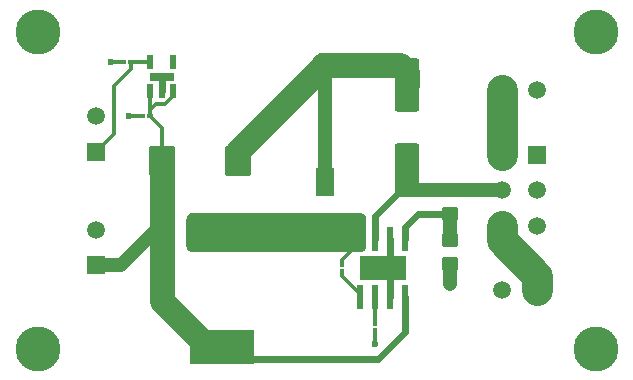
<source format=gbr>
%TF.GenerationSoftware,KiCad,Pcbnew,(7.0.0)*%
%TF.CreationDate,2023-03-07T20:41:21-05:00*%
%TF.ProjectId,Power Distribution Board,506f7765-7220-4446-9973-747269627574,rev?*%
%TF.SameCoordinates,Original*%
%TF.FileFunction,Copper,L1,Top*%
%TF.FilePolarity,Positive*%
%FSLAX46Y46*%
G04 Gerber Fmt 4.6, Leading zero omitted, Abs format (unit mm)*
G04 Created by KiCad (PCBNEW (7.0.0)) date 2023-03-07 20:41:21*
%MOMM*%
%LPD*%
G01*
G04 APERTURE LIST*
G04 Aperture macros list*
%AMRoundRect*
0 Rectangle with rounded corners*
0 $1 Rounding radius*
0 $2 $3 $4 $5 $6 $7 $8 $9 X,Y pos of 4 corners*
0 Add a 4 corners polygon primitive as box body*
4,1,4,$2,$3,$4,$5,$6,$7,$8,$9,$2,$3,0*
0 Add four circle primitives for the rounded corners*
1,1,$1+$1,$2,$3*
1,1,$1+$1,$4,$5*
1,1,$1+$1,$6,$7*
1,1,$1+$1,$8,$9*
0 Add four rect primitives between the rounded corners*
20,1,$1+$1,$2,$3,$4,$5,0*
20,1,$1+$1,$4,$5,$6,$7,0*
20,1,$1+$1,$6,$7,$8,$9,0*
20,1,$1+$1,$8,$9,$2,$3,0*%
G04 Aperture macros list end*
%TA.AperFunction,ComponentPad*%
%ADD10C,2.600000*%
%TD*%
%TA.AperFunction,ConnectorPad*%
%ADD11C,3.800000*%
%TD*%
%TA.AperFunction,ComponentPad*%
%ADD12R,1.520000X1.520000*%
%TD*%
%TA.AperFunction,ComponentPad*%
%ADD13C,1.520000*%
%TD*%
%TA.AperFunction,SMDPad,CuDef*%
%ADD14RoundRect,0.088500X0.206500X-0.516500X0.206500X0.516500X-0.206500X0.516500X-0.206500X-0.516500X0*%
%TD*%
%TA.AperFunction,ComponentPad*%
%ADD15C,0.600000*%
%TD*%
%TA.AperFunction,SMDPad,CuDef*%
%ADD16R,2.000000X0.750000*%
%TD*%
%TA.AperFunction,SMDPad,CuDef*%
%ADD17R,5.400000X2.900000*%
%TD*%
%TA.AperFunction,SMDPad,CuDef*%
%ADD18RoundRect,0.041300X0.253700X-0.943700X0.253700X0.943700X-0.253700X0.943700X-0.253700X-0.943700X0*%
%TD*%
%TA.AperFunction,SMDPad,CuDef*%
%ADD19R,4.000000X2.000000*%
%TD*%
%TA.AperFunction,SMDPad,CuDef*%
%ADD20RoundRect,0.250000X-0.450000X0.350000X-0.450000X-0.350000X0.450000X-0.350000X0.450000X0.350000X0*%
%TD*%
%TA.AperFunction,SMDPad,CuDef*%
%ADD21R,1.550000X2.330000*%
%TD*%
%TA.AperFunction,SMDPad,CuDef*%
%ADD22RoundRect,0.075000X0.212500X0.075000X-0.212500X0.075000X-0.212500X-0.075000X0.212500X-0.075000X0*%
%TD*%
%TA.AperFunction,SMDPad,CuDef*%
%ADD23RoundRect,0.075000X-0.212500X-0.075000X0.212500X-0.075000X0.212500X0.075000X-0.212500X0.075000X0*%
%TD*%
%TA.AperFunction,SMDPad,CuDef*%
%ADD24RoundRect,0.075000X0.075000X-0.212500X0.075000X0.212500X-0.075000X0.212500X-0.075000X-0.212500X0*%
%TD*%
%TA.AperFunction,SMDPad,CuDef*%
%ADD25RoundRect,0.075000X-0.075000X0.212500X-0.075000X-0.212500X0.075000X-0.212500X0.075000X0.212500X0*%
%TD*%
%TA.AperFunction,SMDPad,CuDef*%
%ADD26RoundRect,0.250000X-0.875000X-1.025000X0.875000X-1.025000X0.875000X1.025000X-0.875000X1.025000X0*%
%TD*%
%TA.AperFunction,SMDPad,CuDef*%
%ADD27RoundRect,0.250001X0.799999X-1.999999X0.799999X1.999999X-0.799999X1.999999X-0.799999X-1.999999X0*%
%TD*%
%TA.AperFunction,ViaPad*%
%ADD28C,0.600000*%
%TD*%
%TA.AperFunction,ViaPad*%
%ADD29C,2.100000*%
%TD*%
%TA.AperFunction,ViaPad*%
%ADD30C,1.200000*%
%TD*%
%TA.AperFunction,Conductor*%
%ADD31C,1.200000*%
%TD*%
%TA.AperFunction,Conductor*%
%ADD32C,2.100000*%
%TD*%
%TA.AperFunction,Conductor*%
%ADD33C,0.300000*%
%TD*%
%TA.AperFunction,Conductor*%
%ADD34C,0.600000*%
%TD*%
%TA.AperFunction,Conductor*%
%ADD35C,2.600000*%
%TD*%
G04 APERTURE END LIST*
D10*
%TO.P,REF\u002A\u002A,1*%
%TO.N,N/C*%
X171094400Y-87274400D03*
D11*
X171094400Y-87274400D03*
%TD*%
D10*
%TO.P,REF\u002A\u002A,1*%
%TO.N,N/C*%
X171094400Y-60452000D03*
D11*
X171094400Y-60452000D03*
%TD*%
D10*
%TO.P,REF\u002A\u002A,1*%
%TO.N,N/C*%
X123850400Y-60452000D03*
D11*
X123850400Y-60452000D03*
%TD*%
D12*
%TO.P,J3,1,Pin_1*%
%TO.N,+3V3*%
X128777999Y-70611999D03*
D13*
%TO.P,J3,2,Pin_2*%
%TO.N,GND*%
X128778000Y-67612000D03*
%TD*%
D11*
%TO.P,REF\u002A\u002A,1*%
%TO.N,N/C*%
X123799600Y-87274400D03*
D10*
X123799600Y-87274400D03*
%TD*%
D14*
%TO.P,U2,1,IN*%
%TO.N,+5V*%
X133350000Y-65500000D03*
%TO.P,U2,2,GND*%
%TO.N,GND*%
X134300000Y-65500000D03*
D15*
X134300000Y-64245000D03*
D16*
X134299999Y-64244999D03*
D14*
%TO.P,U2,3,EN*%
%TO.N,+5V*%
X135250000Y-65500000D03*
%TO.P,U2,4,NC*%
%TO.N,unconnected-(U2-NC-Pad4)*%
X135250000Y-62990000D03*
%TO.P,U2,5,OUT*%
%TO.N,+3V3*%
X133350000Y-62990000D03*
%TD*%
D17*
%TO.P,L1,2,2*%
%TO.N,+5V*%
X139445999Y-87169999D03*
%TO.P,L1,1,1*%
%TO.N,Net-(D1-C)*%
X139445999Y-77469999D03*
%TD*%
D18*
%TO.P,U1,8,LX*%
%TO.N,Net-(D1-C)*%
X151130000Y-77978000D03*
%TO.P,U1,7,VIN*%
%TO.N,+15V*%
X152400000Y-77978000D03*
%TO.P,U1,6,GND*%
%TO.N,GND*%
X153670000Y-77978000D03*
D15*
X154535000Y-79953000D03*
X153535000Y-79953000D03*
X152535000Y-79953000D03*
X151535000Y-79953000D03*
D19*
X153034999Y-80452999D03*
D15*
X154535000Y-80953000D03*
X153535000Y-80953000D03*
X152535000Y-80953000D03*
X151535000Y-80953000D03*
D18*
%TO.P,U1,5,ON/~{OFF}*%
%TO.N,Net-(U1-ON{slash}~{OFF})*%
X154940000Y-77978000D03*
%TO.P,U1,4,FB*%
%TO.N,+5V*%
X154940000Y-82928000D03*
%TO.P,U1,3,SGND*%
%TO.N,GND*%
X153670000Y-82928000D03*
%TO.P,U1,2,VD*%
%TO.N,Net-(U1-VD)*%
X152400000Y-82928000D03*
%TO.P,U1,1,BST*%
%TO.N,Net-(U1-BST)*%
X151130000Y-82928000D03*
%TD*%
D20*
%TO.P,R2,1*%
%TO.N,Net-(U1-ON{slash}~{OFF})*%
X158750000Y-78105000D03*
%TO.P,R2,2*%
%TO.N,GND*%
X158750000Y-80105000D03*
%TD*%
%TO.P,R1,1*%
%TO.N,+15V*%
X158750000Y-73870000D03*
%TO.P,R1,2*%
%TO.N,Net-(U1-ON{slash}~{OFF})*%
X158750000Y-75870000D03*
%TD*%
D13*
%TO.P,J5,2,Pin_2*%
%TO.N,GND*%
X163120000Y-82340000D03*
D12*
%TO.P,J5,1,Pin_1*%
%TO.N,/MOTOR_PS2*%
X166119999Y-82339999D03*
%TD*%
%TO.P,J4,1,Pin_1*%
%TO.N,/MOTOR_PS1*%
X163109999Y-65399999D03*
D13*
%TO.P,J4,2,Pin_2*%
%TO.N,GND*%
X166110000Y-65400000D03*
%TD*%
%TO.P,J2,2,Pin_2*%
%TO.N,GND*%
X128778000Y-77216000D03*
D12*
%TO.P,J2,1,Pin_1*%
%TO.N,+5V*%
X128777999Y-80215999D03*
%TD*%
%TO.P,J1,1,1*%
%TO.N,GND*%
X166115999Y-70865999D03*
D13*
%TO.P,J1,2,2*%
X166116000Y-73865999D03*
%TO.P,J1,3,3*%
X166116000Y-76865998D03*
%TO.P,J1,4,4*%
%TO.N,/MOTOR_PS1*%
X163116001Y-70866000D03*
%TO.P,J1,5,5*%
%TO.N,+15V*%
X163116001Y-73865999D03*
%TO.P,J1,6,6*%
%TO.N,/MOTOR_PS2*%
X163116001Y-76865998D03*
%TD*%
D21*
%TO.P,D1,2,A*%
%TO.N,GND*%
X148103999Y-73202499D03*
%TO.P,D1,1,C*%
%TO.N,Net-(D1-C)*%
X148103999Y-77472499D03*
%TD*%
D22*
%TO.P,C_IN4,1*%
%TO.N,+3V3*%
X131674000Y-62992000D03*
%TO.P,C_IN4,2*%
%TO.N,GND*%
X130999000Y-62992000D03*
%TD*%
D23*
%TO.P,C_IN3,1*%
%TO.N,GND*%
X132672500Y-67564000D03*
%TO.P,C_IN3,2*%
%TO.N,+5V*%
X133347500Y-67564000D03*
%TD*%
D24*
%TO.P,C_IN2,2*%
%TO.N,Net-(D1-C)*%
X149606000Y-80112500D03*
%TO.P,C_IN2,1*%
%TO.N,Net-(U1-BST)*%
X149606000Y-80787500D03*
%TD*%
D25*
%TO.P,C_IN1,1*%
%TO.N,Net-(U1-VD)*%
X152400000Y-85115000D03*
%TO.P,C_IN1,2*%
%TO.N,GND*%
X152400000Y-85790000D03*
%TD*%
D26*
%TO.P,C2,2*%
%TO.N,GND*%
X140741000Y-71374000D03*
%TO.P,C2,1*%
%TO.N,+5V*%
X134341000Y-71374000D03*
%TD*%
D27*
%TO.P,C1,2*%
%TO.N,GND*%
X155090000Y-65000000D03*
%TO.P,C1,1*%
%TO.N,+15V*%
X155090000Y-72200000D03*
%TD*%
D28*
%TO.N,GND*%
X130048000Y-62984000D03*
X131572000Y-67564000D03*
D29*
X148082000Y-63246000D03*
D28*
X152400000Y-86868000D03*
D30*
X158750000Y-81788000D03*
%TD*%
D31*
%TO.N,GND*%
X148104000Y-73202500D02*
X148104000Y-63268000D01*
X148104000Y-63268000D02*
X148082000Y-63246000D01*
%TO.N,+5V*%
X134341000Y-76720500D02*
X134341000Y-76454000D01*
X130845500Y-80216000D02*
X134341000Y-76720500D01*
X128778000Y-80216000D02*
X130845500Y-80216000D01*
D32*
X134341000Y-76454000D02*
X134341000Y-83287000D01*
X134341000Y-71374000D02*
X134341000Y-76454000D01*
D33*
%TO.N,+3V3*%
X131675000Y-63651000D02*
X131675000Y-63000000D01*
X130302000Y-65024000D02*
X131675000Y-63651000D01*
X128778000Y-70612000D02*
X130302000Y-69088000D01*
X130302000Y-69088000D02*
X130302000Y-65024000D01*
%TO.N,GND*%
X130056000Y-63000000D02*
X130048000Y-62992000D01*
X131000000Y-62992000D02*
X130056000Y-62992000D01*
%TO.N,+3V3*%
X131685000Y-62990000D02*
X131675000Y-63000000D01*
X133350000Y-62990000D02*
X131685000Y-62990000D01*
D34*
%TO.N,GND*%
X134300000Y-65500000D02*
X134300000Y-64245000D01*
D33*
%TO.N,+5V*%
X133858000Y-66548000D02*
X133347500Y-67058500D01*
X134595133Y-66548000D02*
X133858000Y-66548000D01*
X133347500Y-67058500D02*
X133347500Y-67564000D01*
X135250000Y-65893133D02*
X134595133Y-66548000D01*
X135250000Y-65500000D02*
X135250000Y-65893133D01*
%TO.N,GND*%
X132672500Y-67564000D02*
X131572000Y-67564000D01*
%TO.N,+5V*%
X134366000Y-68582500D02*
X133347500Y-67564000D01*
X134366000Y-71349000D02*
X134366000Y-68582500D01*
X134341000Y-71374000D02*
X134366000Y-71349000D01*
X133350000Y-65500000D02*
X133350000Y-67561500D01*
X133350000Y-67561500D02*
X133347500Y-67564000D01*
D34*
X152654000Y-88138000D02*
X154940000Y-85852000D01*
X154940000Y-85852000D02*
X154940000Y-82928000D01*
X139446000Y-87170000D02*
X140414000Y-88138000D01*
X140414000Y-88138000D02*
X152654000Y-88138000D01*
D32*
%TO.N,GND*%
X140741000Y-70587000D02*
X148082000Y-63246000D01*
X140741000Y-71374000D02*
X140741000Y-70587000D01*
X154478000Y-63246000D02*
X148082000Y-63246000D01*
X155090000Y-65000000D02*
X155090000Y-63858000D01*
X155090000Y-63858000D02*
X154478000Y-63246000D01*
%TO.N,+5V*%
X138224000Y-87170000D02*
X139446000Y-87170000D01*
X134341000Y-83287000D02*
X138224000Y-87170000D01*
D33*
%TO.N,GND*%
X152400000Y-85790000D02*
X152400000Y-86868000D01*
%TO.N,Net-(U1-BST)*%
X149606000Y-81153000D02*
X149606000Y-80787500D01*
X151130000Y-82677000D02*
X149606000Y-81153000D01*
X151130000Y-82928000D02*
X151130000Y-82677000D01*
%TO.N,Net-(D1-C)*%
X149606000Y-79756000D02*
X149606000Y-80112500D01*
X151130000Y-78232000D02*
X149606000Y-79756000D01*
X151130000Y-77978000D02*
X151130000Y-78232000D01*
%TO.N,Net-(U1-VD)*%
X152400000Y-82928000D02*
X152400000Y-85115000D01*
D34*
%TO.N,Net-(U1-ON{slash}~{OFF})*%
X156030000Y-75870000D02*
X154940000Y-76960000D01*
X154940000Y-76960000D02*
X154940000Y-77978000D01*
X158750000Y-75870000D02*
X156030000Y-75870000D01*
%TO.N,+15V*%
X152400000Y-76050000D02*
X152400000Y-77978000D01*
X155090000Y-73360000D02*
X152400000Y-76050000D01*
X155090000Y-72200000D02*
X155090000Y-73360000D01*
D31*
X158750000Y-73870000D02*
X155530000Y-73870000D01*
%TO.N,GND*%
X158750000Y-80105000D02*
X158750000Y-81788000D01*
%TO.N,Net-(U1-ON{slash}~{OFF})*%
X158750000Y-75870000D02*
X158750000Y-78105000D01*
%TO.N,+15V*%
X158754001Y-73865999D02*
X158750000Y-73870000D01*
X163116001Y-73865999D02*
X158754001Y-73865999D01*
D34*
%TO.N,GND*%
X153670000Y-81088000D02*
X153535000Y-80953000D01*
X153670000Y-82928000D02*
X153670000Y-81088000D01*
X153670000Y-79818000D02*
X153535000Y-79953000D01*
X153670000Y-77978000D02*
X153670000Y-79818000D01*
D35*
%TO.N,/MOTOR_PS2*%
X166120000Y-81100000D02*
X166120000Y-82340000D01*
X163116001Y-78096001D02*
X166120000Y-81100000D01*
X163116001Y-76865998D02*
X163116001Y-78096001D01*
%TO.N,/MOTOR_PS1*%
X163110000Y-70859999D02*
X163116001Y-70866000D01*
X163110000Y-65400000D02*
X163110000Y-70859999D01*
%TD*%
%TA.AperFunction,Conductor*%
%TO.N,Net-(D1-C)*%
G36*
X151146059Y-75820061D02*
G01*
X151251223Y-75833906D01*
X151282491Y-75842284D01*
X151372918Y-75879740D01*
X151400952Y-75895925D01*
X151478602Y-75955509D01*
X151501491Y-75978398D01*
X151561074Y-76056048D01*
X151577259Y-76084081D01*
X151614715Y-76174508D01*
X151623093Y-76205775D01*
X151636939Y-76310940D01*
X151638000Y-76327126D01*
X151638000Y-78612874D01*
X151636939Y-78629060D01*
X151623093Y-78734224D01*
X151614715Y-78765491D01*
X151577259Y-78855918D01*
X151561074Y-78883951D01*
X151501491Y-78961601D01*
X151478601Y-78984491D01*
X151400951Y-79044074D01*
X151372918Y-79060259D01*
X151282491Y-79097715D01*
X151251224Y-79106093D01*
X151157398Y-79118446D01*
X151146058Y-79119939D01*
X151129874Y-79121000D01*
X136906126Y-79121000D01*
X136889941Y-79119939D01*
X136876917Y-79118224D01*
X136784775Y-79106093D01*
X136753508Y-79097715D01*
X136663081Y-79060259D01*
X136635048Y-79044074D01*
X136557398Y-78984491D01*
X136534508Y-78961601D01*
X136474925Y-78883951D01*
X136458740Y-78855918D01*
X136421284Y-78765491D01*
X136412906Y-78734223D01*
X136399061Y-78629059D01*
X136398000Y-78612874D01*
X136398000Y-76327126D01*
X136399061Y-76310941D01*
X136412906Y-76205776D01*
X136421284Y-76174508D01*
X136458740Y-76084081D01*
X136474923Y-76056050D01*
X136534513Y-75978392D01*
X136557392Y-75955513D01*
X136635050Y-75895923D01*
X136663079Y-75879740D01*
X136753509Y-75842283D01*
X136784775Y-75833906D01*
X136889940Y-75820061D01*
X136906126Y-75819000D01*
X151129874Y-75819000D01*
X151146059Y-75820061D01*
G37*
%TD.AperFunction*%
%TD*%
M02*

</source>
